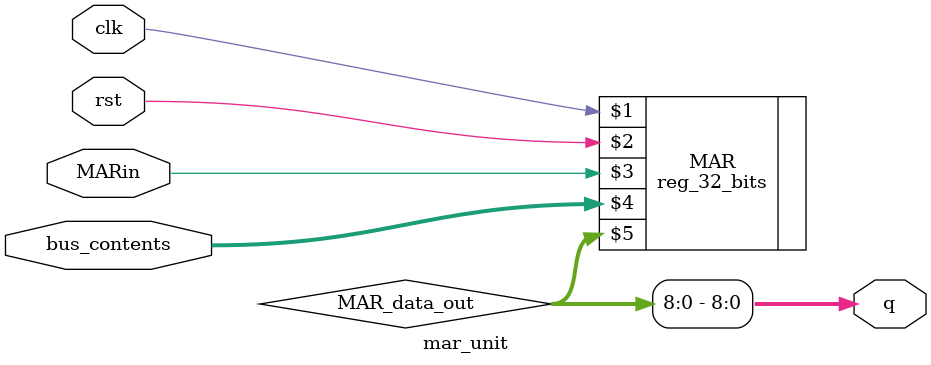
<source format=v>
`timescale 1ns / 1ps

module mar_unit(
	input wire clk, 
	input wire rst,
	input wire MARin,
	input wire [31:0] bus_contents,
	output [8:0] q
);
		
	wire [31:0] MAR_data_out;
	
	reg_32_bits MAR(clk, rst, MARin, bus_contents, MAR_data_out);
	
	assign q = MAR_data_out[8:0];
	
endmodule


</source>
